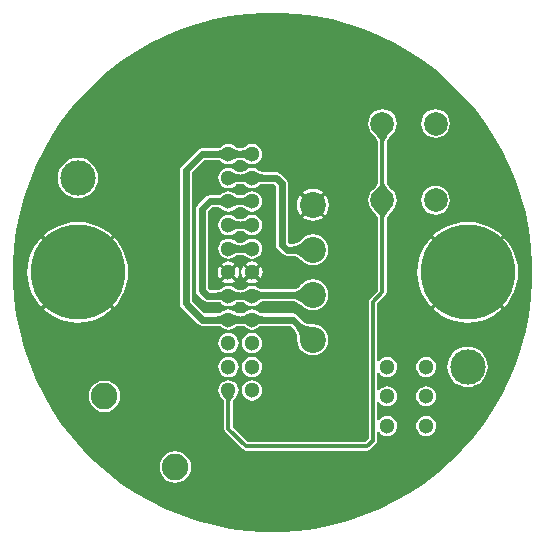
<source format=gtl>
G04*
G04 #@! TF.GenerationSoftware,Altium Limited,Altium Designer,20.1.8 (145)*
G04*
G04 Layer_Physical_Order=1*
G04 Layer_Color=255*
%FSTAX43Y43*%
%MOMM*%
G71*
G04*
G04 #@! TF.SameCoordinates,DCFB0F7C-07F7-4DEC-9F4C-8A45A990D123*
G04*
G04*
G04 #@! TF.FilePolarity,Positive*
G04*
G01*
G75*
%ADD16C,0.600*%
%ADD17C,0.300*%
%ADD18C,1.300*%
%ADD19C,2.200*%
%ADD20C,3.000*%
%ADD21C,2.000*%
%ADD22C,2.250*%
%ADD23C,8.000*%
G36*
X0097157Y0096897D02*
X0098584Y0096709D01*
X0099996Y0096428D01*
X0101387Y0096055D01*
X010275Y0095593D01*
X0104081Y0095042D01*
X0105372Y0094405D01*
X0106619Y0093685D01*
X0107816Y0092885D01*
X0108958Y0092008D01*
X0110041Y0091059D01*
X0111059Y0090041D01*
X0112008Y0088958D01*
X0112885Y0087816D01*
X0113685Y0086619D01*
X0114405Y0085372D01*
X0115042Y0084081D01*
X0115593Y008275D01*
X0116055Y0081387D01*
X0116428Y0079996D01*
X0116709Y0078584D01*
X0116897Y0077157D01*
X0116991Y007572D01*
Y0075D01*
Y007428D01*
X0116897Y0072843D01*
X0116709Y0071416D01*
X0116428Y0070004D01*
X0116055Y0068613D01*
X0115593Y0067249D01*
X0115042Y0065919D01*
X0114405Y0064628D01*
X0113685Y0063381D01*
X0112885Y0062184D01*
X0112008Y0061042D01*
X0111059Y0059959D01*
X0110041Y0058941D01*
X0108958Y0057992D01*
X0107816Y0057115D01*
X0106619Y0056315D01*
X0105372Y0055595D01*
X0104081Y0054958D01*
X010275Y0054407D01*
X0101387Y0053945D01*
X0099996Y0053572D01*
X0098584Y0053291D01*
X0097157Y0053103D01*
X009572Y0053009D01*
X009428D01*
X0092843Y0053103D01*
X0091416Y0053291D01*
X0090004Y0053572D01*
X0088613Y0053945D01*
X008725Y0054407D01*
X0085919Y0054958D01*
X0084628Y0055595D01*
X0083381Y0056315D01*
X0082184Y0057115D01*
X0081042Y0057992D01*
X0079959Y0058941D01*
X0078941Y0059959D01*
X0077992Y0061042D01*
X0077115Y0062184D01*
X0076315Y0063381D01*
X0075595Y0064628D01*
X0074958Y0065919D01*
X0074407Y0067249D01*
X0073945Y0068613D01*
X0073572Y0070004D01*
X0073291Y0071416D01*
X0073103Y0072843D01*
X0073009Y007428D01*
Y0075D01*
Y007572D01*
X0073103Y0077157D01*
X0073291Y0078584D01*
X0073572Y0079996D01*
X0073945Y0081387D01*
X0074407Y008275D01*
X0074958Y0084081D01*
X0075595Y0085372D01*
X0076315Y0086619D01*
X0077115Y0087816D01*
X0077992Y0088958D01*
X0078941Y0090041D01*
X0079959Y0091059D01*
X0081042Y0092008D01*
X0082184Y0092885D01*
X0083381Y0093685D01*
X0084628Y0094405D01*
X0085919Y0095042D01*
X008725Y0095593D01*
X0088613Y0096055D01*
X0090004Y0096428D01*
X0091416Y0096709D01*
X0092843Y0096897D01*
X009428Y0096991D01*
X009572D01*
X0097157Y0096897D01*
D02*
G37*
%LPC*%
G36*
X0108789Y0088805D02*
X0108476Y0088764D01*
X0108184Y0088643D01*
X0107933Y0088451D01*
X0107741Y00882D01*
X010762Y0087908D01*
X0107579Y0087595D01*
X010762Y0087282D01*
X0107741Y008699D01*
X0107933Y0086739D01*
X0108184Y0086547D01*
X0108476Y0086426D01*
X0108789Y0086385D01*
X0109102Y0086426D01*
X0109394Y0086547D01*
X0109645Y0086739D01*
X0109837Y008699D01*
X0109958Y0087282D01*
X011Y0087595D01*
X0109958Y0087908D01*
X0109837Y00882D01*
X0109645Y0088451D01*
X0109394Y0088643D01*
X0109102Y0088764D01*
X0108789Y0088805D01*
D02*
G37*
G36*
X009325Y0085857D02*
X0093028Y0085828D01*
X0092821Y0085742D01*
X0092644Y0085606D01*
X0092632Y008559D01*
X0092625Y0085584D01*
X0092606Y0085571D01*
X0092583Y0085558D01*
X0092556Y0085545D01*
X0092524Y0085534D01*
X0092486Y0085524D01*
X0092446Y0085516D01*
X0092385Y008551D01*
X00921D01*
X0092057Y0085515D01*
X0092014Y0085524D01*
X0091976Y0085534D01*
X0091944Y0085545D01*
X0091917Y0085558D01*
X0091894Y0085571D01*
X0091875Y0085584D01*
X0091868Y008559D01*
X0091856Y0085606D01*
X0091679Y0085742D01*
X0091472Y0085828D01*
X009125Y0085857D01*
X0091028Y0085828D01*
X0090821Y0085742D01*
X0090644Y0085606D01*
X0090632Y008559D01*
X0090625Y0085584D01*
X0090606Y0085571D01*
X0090583Y0085558D01*
X0090556Y0085545D01*
X0090524Y0085534D01*
X0090486Y0085524D01*
X0090446Y0085516D01*
X0090385Y008551D01*
X0089D01*
X0088805Y0085471D01*
X008864Y008536D01*
X0087279Y0084D01*
X0087169Y0083835D01*
X008713Y008364D01*
Y007236D01*
X0087169Y0072165D01*
X0087279Y0072D01*
X008864Y007064D01*
X0088805Y0070529D01*
X0089Y007049D01*
X00904D01*
X0090443Y0070485D01*
X0090486Y0070476D01*
X0090524Y0070466D01*
X0090556Y0070455D01*
X0090583Y0070442D01*
X0090606Y0070429D01*
X0090625Y0070416D01*
X0090632Y007041D01*
X0090644Y0070394D01*
X0090821Y0070258D01*
X0091028Y0070172D01*
X009125Y0070143D01*
X0091472Y0070172D01*
X0091679Y0070258D01*
X0091856Y0070394D01*
X0091868Y007041D01*
X0091875Y0070416D01*
X0091894Y0070429D01*
X0091917Y0070442D01*
X0091944Y0070455D01*
X0091976Y0070466D01*
X0092014Y0070476D01*
X0092054Y0070484D01*
X0092115Y007049D01*
X00924D01*
X0092443Y0070485D01*
X0092486Y0070476D01*
X0092524Y0070466D01*
X0092556Y0070455D01*
X0092583Y0070442D01*
X0092606Y0070429D01*
X0092625Y0070416D01*
X0092632Y007041D01*
X0092644Y0070394D01*
X0092821Y0070258D01*
X0093028Y0070172D01*
X009325Y0070143D01*
X0093472Y0070172D01*
X0093679Y0070258D01*
X0093856Y0070394D01*
X0093868Y007041D01*
X0093875Y0070416D01*
X0093894Y0070429D01*
X0093917Y0070442D01*
X0093944Y0070455D01*
X0093976Y0070466D01*
X0094014Y0070476D01*
X0094054Y0070484D01*
X0094115Y007049D01*
X0096474D01*
X0096886Y0070078D01*
X0096923Y0070028D01*
X0096963Y0069962D01*
X0096998Y0069889D01*
X0097028Y0069809D01*
X0097053Y0069722D01*
X0097072Y0069627D01*
X0097086Y0069525D01*
X0097094Y0069415D01*
X0097095Y0069336D01*
X0097089Y0069285D01*
X0097133Y0068946D01*
X0097264Y0068629D01*
X0097473Y0068358D01*
X0097744Y0068149D01*
X0098061Y0068018D01*
X00984Y0067974D01*
X0098739Y0068018D01*
X0099056Y0068149D01*
X0099327Y0068358D01*
X0099536Y0068629D01*
X0099667Y0068946D01*
X0099711Y0069285D01*
X0099667Y0069624D01*
X0099536Y0069941D01*
X0099327Y0070212D01*
X0099056Y0070421D01*
X0098739Y0070552D01*
X00984Y0070596D01*
X0098349Y007059D01*
X009827Y0070591D01*
X009816Y0070599D01*
X0098058Y0070613D01*
X0097963Y0070632D01*
X0097876Y0070657D01*
X0097796Y0070687D01*
X0097723Y0070722D01*
X0097657Y0070762D01*
X0097607Y0070799D01*
X0097045Y007136D01*
X009688Y0071471D01*
X0096685Y007151D01*
X00941D01*
X0094057Y0071515D01*
X0094014Y0071524D01*
X0093976Y0071534D01*
X0093944Y0071545D01*
X0093917Y0071558D01*
X0093894Y0071571D01*
X0093875Y0071584D01*
X0093868Y007159D01*
X0093856Y0071606D01*
X0093679Y0071742D01*
X0093472Y0071828D01*
X009325Y0071857D01*
X0093028Y0071828D01*
X0092821Y0071742D01*
X0092644Y0071606D01*
X0092632Y007159D01*
X0092625Y0071584D01*
X0092606Y0071571D01*
X0092583Y0071558D01*
X0092556Y0071545D01*
X0092524Y0071534D01*
X0092486Y0071524D01*
X0092446Y0071516D01*
X0092385Y007151D01*
X00921D01*
X0092057Y0071515D01*
X0092014Y0071524D01*
X0091976Y0071534D01*
X0091944Y0071545D01*
X0091917Y0071558D01*
X0091894Y0071571D01*
X0091875Y0071584D01*
X0091868Y007159D01*
X0091856Y0071606D01*
X0091679Y0071742D01*
X0091472Y0071828D01*
X009125Y0071857D01*
X0091028Y0071828D01*
X0090821Y0071742D01*
X0090644Y0071606D01*
X0090632Y007159D01*
X0090625Y0071584D01*
X0090606Y0071571D01*
X0090583Y0071558D01*
X0090556Y0071545D01*
X0090524Y0071534D01*
X0090486Y0071524D01*
X0090446Y0071516D01*
X0090385Y007151D01*
X0089211D01*
X0088149Y0072572D01*
Y0083428D01*
X0089211Y008449D01*
X00904D01*
X0090443Y0084485D01*
X0090486Y0084476D01*
X0090524Y0084466D01*
X0090556Y0084455D01*
X0090583Y0084442D01*
X0090606Y0084429D01*
X0090625Y0084416D01*
X0090632Y008441D01*
X0090644Y0084394D01*
X0090821Y0084258D01*
X0091028Y0084172D01*
X009125Y0084143D01*
X0091472Y0084172D01*
X0091679Y0084258D01*
X0091856Y0084394D01*
X0091868Y008441D01*
X0091875Y0084416D01*
X0091894Y0084429D01*
X0091917Y0084442D01*
X0091944Y0084455D01*
X0091976Y0084466D01*
X0092014Y0084476D01*
X0092054Y0084484D01*
X0092115Y008449D01*
X00924D01*
X0092443Y0084485D01*
X0092486Y0084476D01*
X0092524Y0084466D01*
X0092556Y0084455D01*
X0092583Y0084442D01*
X0092606Y0084429D01*
X0092625Y0084416D01*
X0092632Y008441D01*
X0092644Y0084394D01*
X0092821Y0084258D01*
X0093028Y0084172D01*
X009325Y0084143D01*
X0093472Y0084172D01*
X0093679Y0084258D01*
X0093856Y0084394D01*
X0093992Y0084571D01*
X0094078Y0084778D01*
X0094107Y0085D01*
X0094078Y0085222D01*
X0093992Y0085429D01*
X0093856Y0085606D01*
X0093679Y0085742D01*
X0093472Y0085828D01*
X009325Y0085857D01*
D02*
G37*
G36*
Y0083857D02*
X0093028Y0083828D01*
X0092821Y0083742D01*
X0092644Y0083606D01*
X0092632Y008359D01*
X0092625Y0083584D01*
X0092606Y0083571D01*
X0092583Y0083558D01*
X0092556Y0083545D01*
X0092524Y0083534D01*
X0092486Y0083524D01*
X0092446Y0083516D01*
X0092385Y008351D01*
X00921D01*
X0092057Y0083515D01*
X0092014Y0083524D01*
X0091976Y0083534D01*
X0091944Y0083545D01*
X0091917Y0083558D01*
X0091894Y0083571D01*
X0091875Y0083584D01*
X0091868Y008359D01*
X0091856Y0083606D01*
X0091679Y0083742D01*
X0091472Y0083828D01*
X009125Y0083857D01*
X0091028Y0083828D01*
X0090821Y0083742D01*
X0090644Y0083606D01*
X0090508Y0083429D01*
X0090422Y0083222D01*
X0090393Y0083D01*
X0090422Y0082778D01*
X0090508Y0082571D01*
X0090644Y0082394D01*
X0090821Y0082258D01*
X0091028Y0082172D01*
X009125Y0082143D01*
X0091472Y0082172D01*
X0091679Y0082258D01*
X0091856Y0082394D01*
X0091868Y008241D01*
X0091875Y0082416D01*
X0091894Y0082429D01*
X0091917Y0082442D01*
X0091944Y0082455D01*
X0091976Y0082466D01*
X0092014Y0082476D01*
X0092054Y0082484D01*
X0092115Y008249D01*
X00924D01*
X0092443Y0082485D01*
X0092486Y0082476D01*
X0092524Y0082466D01*
X0092556Y0082455D01*
X0092583Y0082442D01*
X0092606Y0082429D01*
X0092625Y0082416D01*
X0092632Y008241D01*
X0092644Y0082394D01*
X0092821Y0082258D01*
X0093028Y0082172D01*
X009325Y0082143D01*
X0093472Y0082172D01*
X0093679Y0082258D01*
X0093856Y0082394D01*
X0093868Y008241D01*
X0093875Y0082416D01*
X0093894Y0082429D01*
X0093917Y0082442D01*
X0093944Y0082455D01*
X0093976Y0082466D01*
X0094014Y0082476D01*
X0094054Y0082484D01*
X0094115Y008249D01*
X0095079D01*
X009524Y0082329D01*
Y0077351D01*
X0095279Y0077156D01*
X009539Y0076991D01*
X0095836Y0076545D01*
X0096001Y0076434D01*
X0096196Y0076395D01*
X0096769D01*
X009683Y0076386D01*
X0096905Y0076367D01*
X0096981Y007634D01*
X0097059Y0076305D01*
X0097138Y0076261D01*
X0097219Y0076208D01*
X0097301Y0076146D01*
X0097384Y0076074D01*
X0097442Y0076018D01*
X0097473Y0075978D01*
X0097744Y0075769D01*
X0098061Y0075638D01*
X00984Y0075594D01*
X0098739Y0075638D01*
X0099056Y0075769D01*
X0099327Y0075978D01*
X0099536Y0076249D01*
X0099667Y0076566D01*
X0099711Y0076905D01*
X0099667Y0077244D01*
X0099536Y0077561D01*
X0099327Y0077832D01*
X0099056Y0078041D01*
X0098739Y0078172D01*
X00984Y0078216D01*
X0098061Y0078172D01*
X0097744Y0078041D01*
X0097473Y0077832D01*
X0097442Y0077792D01*
X0097385Y0077736D01*
X0097301Y0077664D01*
X0097219Y0077602D01*
X0097138Y0077549D01*
X0097059Y0077505D01*
X0096981Y007747D01*
X0096905Y0077443D01*
X009683Y0077424D01*
X0096769Y0077415D01*
X0096408D01*
X009626Y0077563D01*
Y008254D01*
X0096221Y0082735D01*
X009611Y0082901D01*
X0095651Y008336D01*
X0095485Y0083471D01*
X009529Y008351D01*
X00941D01*
X0094057Y0083515D01*
X0094014Y0083524D01*
X0093976Y0083534D01*
X0093944Y0083545D01*
X0093917Y0083558D01*
X0093894Y0083571D01*
X0093875Y0083584D01*
X0093868Y008359D01*
X0093856Y0083606D01*
X0093679Y0083742D01*
X0093472Y0083828D01*
X009325Y0083857D01*
D02*
G37*
G36*
Y0081857D02*
X0093028Y0081828D01*
X0092821Y0081742D01*
X0092644Y0081606D01*
X0092632Y008159D01*
X0092625Y0081584D01*
X0092606Y0081571D01*
X0092583Y0081558D01*
X0092556Y0081545D01*
X0092524Y0081534D01*
X0092486Y0081524D01*
X0092446Y0081516D01*
X0092385Y008151D01*
X00921D01*
X0092057Y0081515D01*
X0092014Y0081524D01*
X0091976Y0081534D01*
X0091944Y0081545D01*
X0091917Y0081558D01*
X0091894Y0081571D01*
X0091875Y0081584D01*
X0091868Y008159D01*
X0091856Y0081606D01*
X0091679Y0081742D01*
X0091472Y0081828D01*
X009125Y0081857D01*
X0091028Y0081828D01*
X0090821Y0081742D01*
X0090644Y0081606D01*
X0090632Y008159D01*
X0090625Y0081584D01*
X0090606Y0081571D01*
X0090583Y0081558D01*
X0090556Y0081545D01*
X0090524Y0081534D01*
X0090486Y0081524D01*
X0090446Y0081516D01*
X0090385Y008151D01*
X008965D01*
X0089455Y0081471D01*
X008929Y008136D01*
X008864Y008071D01*
X0088529Y0080545D01*
X008849Y008035D01*
Y007346D01*
X0088529Y0073265D01*
X008864Y0073099D01*
X0089099Y007264D01*
X0089265Y0072529D01*
X008946Y007249D01*
X00904D01*
X0090443Y0072485D01*
X0090486Y0072476D01*
X0090524Y0072466D01*
X0090556Y0072455D01*
X0090583Y0072442D01*
X0090606Y0072429D01*
X0090625Y0072416D01*
X0090632Y007241D01*
X0090644Y0072394D01*
X0090821Y0072258D01*
X0091028Y0072172D01*
X009125Y0072143D01*
X0091472Y0072172D01*
X0091679Y0072258D01*
X0091856Y0072394D01*
X0091868Y007241D01*
X0091875Y0072416D01*
X0091894Y0072429D01*
X0091917Y0072442D01*
X0091944Y0072455D01*
X0091976Y0072466D01*
X0092014Y0072476D01*
X0092054Y0072484D01*
X0092115Y007249D01*
X00924D01*
X0092443Y0072485D01*
X0092486Y0072476D01*
X0092524Y0072466D01*
X0092556Y0072455D01*
X0092583Y0072442D01*
X0092606Y0072429D01*
X0092625Y0072416D01*
X0092632Y007241D01*
X0092644Y0072394D01*
X0092821Y0072258D01*
X0093028Y0072172D01*
X009325Y0072143D01*
X0093472Y0072172D01*
X0093679Y0072258D01*
X0093856Y0072394D01*
X0093888Y0072435D01*
X0093894Y0072439D01*
X0093916Y0072462D01*
X0093932Y0072475D01*
X0093952Y0072488D01*
X0093976Y0072501D01*
X0094006Y0072512D01*
X0094041Y0072523D01*
X0094082Y0072531D01*
X0094127Y0072538D01*
X0096784D01*
X0096844Y0072529D01*
X0096921Y007251D01*
X0096999Y0072484D01*
X0097079Y0072449D01*
X0097161Y0072406D01*
X0097245Y0072354D01*
X0097332Y0072293D01*
X009742Y0072223D01*
X0097455Y0072191D01*
X0097473Y0072168D01*
X0097744Y0071959D01*
X0098061Y0071828D01*
X00984Y0071784D01*
X0098739Y0071828D01*
X0099056Y0071959D01*
X0099327Y0072168D01*
X0099536Y0072439D01*
X0099667Y0072756D01*
X0099711Y0073095D01*
X0099667Y0073434D01*
X0099536Y0073751D01*
X0099327Y0074022D01*
X0099056Y0074231D01*
X0098739Y0074362D01*
X00984Y0074406D01*
X0098061Y0074362D01*
X0097744Y0074231D01*
X0097473Y0074022D01*
X0097431Y0073967D01*
X0097351Y0073884D01*
X0097273Y007381D01*
X0097195Y0073747D01*
X0097118Y0073693D01*
X0097041Y0073649D01*
X0096966Y0073613D01*
X0096892Y0073586D01*
X0096818Y0073567D01*
X0096756Y0073557D01*
X0094066D01*
X0094025Y0073562D01*
X0093981Y007357D01*
X0093941Y0073579D01*
X0093906Y007359D01*
X0093877Y0073602D01*
X0093852Y0073615D01*
X0093832Y0073628D01*
X0093806Y0073648D01*
X0093794Y0073654D01*
X0093679Y0073742D01*
X0093472Y0073828D01*
X009325Y0073857D01*
X0093028Y0073828D01*
X0092821Y0073742D01*
X0092644Y0073606D01*
X0092632Y007359D01*
X0092625Y0073584D01*
X0092606Y0073571D01*
X0092583Y0073558D01*
X0092556Y0073545D01*
X0092524Y0073534D01*
X0092486Y0073524D01*
X0092446Y0073516D01*
X0092385Y007351D01*
X00921D01*
X0092057Y0073515D01*
X0092014Y0073524D01*
X0091976Y0073534D01*
X0091944Y0073545D01*
X0091917Y0073558D01*
X0091894Y0073571D01*
X0091875Y0073584D01*
X0091868Y007359D01*
X0091856Y0073606D01*
X0091679Y0073742D01*
X0091472Y0073828D01*
X009125Y0073857D01*
X0091028Y0073828D01*
X0090821Y0073742D01*
X0090644Y0073606D01*
X0090632Y007359D01*
X0090625Y0073584D01*
X0090606Y0073571D01*
X0090583Y0073558D01*
X0090556Y0073545D01*
X0090524Y0073534D01*
X0090486Y0073524D01*
X0090446Y0073516D01*
X0090385Y007351D01*
X0089671D01*
X008951Y0073671D01*
Y0080139D01*
X0089861Y008049D01*
X00904D01*
X0090443Y0080485D01*
X0090486Y0080476D01*
X0090524Y0080466D01*
X0090556Y0080455D01*
X0090583Y0080442D01*
X0090606Y0080429D01*
X0090625Y0080416D01*
X0090632Y008041D01*
X0090644Y0080394D01*
X0090821Y0080258D01*
X0091028Y0080172D01*
X009125Y0080143D01*
X0091472Y0080172D01*
X0091679Y0080258D01*
X0091856Y0080394D01*
X0091868Y008041D01*
X0091875Y0080416D01*
X0091894Y0080429D01*
X0091917Y0080442D01*
X0091944Y0080455D01*
X0091976Y0080466D01*
X0092014Y0080476D01*
X0092054Y0080484D01*
X0092115Y008049D01*
X00924D01*
X0092443Y0080485D01*
X0092486Y0080476D01*
X0092524Y0080466D01*
X0092556Y0080455D01*
X0092583Y0080442D01*
X0092606Y0080429D01*
X0092625Y0080416D01*
X0092632Y008041D01*
X0092644Y0080394D01*
X0092821Y0080258D01*
X0093028Y0080172D01*
X009325Y0080143D01*
X0093472Y0080172D01*
X0093679Y0080258D01*
X0093856Y0080394D01*
X0093992Y0080571D01*
X0094078Y0080778D01*
X0094107Y0081D01*
X0094078Y0081222D01*
X0093992Y0081429D01*
X0093856Y0081606D01*
X0093679Y0081742D01*
X0093472Y0081828D01*
X009325Y0081857D01*
D02*
G37*
G36*
X00785Y0084708D02*
X0078167Y0084675D01*
X0077846Y0084578D01*
X0077551Y008442D01*
X0077292Y0084208D01*
X007708Y0083949D01*
X0076922Y0083654D01*
X0076825Y0083333D01*
X0076792Y0083D01*
X0076825Y0082667D01*
X0076922Y0082346D01*
X007708Y0082051D01*
X0077292Y0081792D01*
X0077551Y008158D01*
X0077846Y0081422D01*
X0078167Y0081325D01*
X00785Y0081292D01*
X0078833Y0081325D01*
X0079154Y0081422D01*
X0079449Y008158D01*
X0079708Y0081792D01*
X007992Y0082051D01*
X0080078Y0082346D01*
X0080175Y0082667D01*
X0080208Y0083D01*
X0080175Y0083333D01*
X0080078Y0083654D01*
X007992Y0083949D01*
X0079708Y0084208D01*
X0079449Y008442D01*
X0079154Y0084578D01*
X0078833Y0084675D01*
X00785Y0084708D01*
D02*
G37*
G36*
X00984Y0082081D02*
X0098047Y0082034D01*
X0097717Y0081898D01*
X0097554Y0081773D01*
X00984Y0080927D01*
X0099246Y0081773D01*
X0099083Y0081898D01*
X0098753Y0082034D01*
X00984Y0082081D01*
D02*
G37*
G36*
X0108789Y0082305D02*
X0108476Y0082264D01*
X0108184Y0082143D01*
X0107933Y0081951D01*
X0107741Y00817D01*
X010762Y0081408D01*
X0107579Y0081095D01*
X010762Y0080782D01*
X0107741Y008049D01*
X0107933Y0080239D01*
X0108184Y0080047D01*
X0108476Y0079926D01*
X0108789Y0079885D01*
X0109102Y0079926D01*
X0109394Y0080047D01*
X0109645Y0080239D01*
X0109837Y008049D01*
X0109958Y0080782D01*
X011Y0081095D01*
X0109958Y0081408D01*
X0109837Y00817D01*
X0109645Y0081951D01*
X0109394Y0082143D01*
X0109102Y0082264D01*
X0108789Y0082305D01*
D02*
G37*
G36*
X0099458Y0081561D02*
X0098612Y0080715D01*
X0099458Y0079869D01*
X0099583Y0080032D01*
X0099719Y0080362D01*
X0099766Y0080715D01*
X0099719Y0081068D01*
X0099583Y0081398D01*
X0099458Y0081561D01*
D02*
G37*
G36*
X0097342Y0081561D02*
X0097217Y0081398D01*
X0097081Y0081068D01*
X0097034Y0080715D01*
X0097081Y0080362D01*
X0097217Y0080032D01*
X0097342Y0079869D01*
X0098188Y0080715D01*
X0097342Y0081561D01*
D02*
G37*
G36*
X009325Y0079857D02*
X0093028Y0079828D01*
X0092821Y0079742D01*
X0092644Y0079606D01*
X0092632Y007959D01*
X0092625Y0079584D01*
X0092606Y0079571D01*
X0092583Y0079558D01*
X0092556Y0079545D01*
X0092524Y0079534D01*
X0092486Y0079524D01*
X0092446Y0079516D01*
X0092385Y007951D01*
X00921D01*
X0092057Y0079515D01*
X0092014Y0079524D01*
X0091976Y0079534D01*
X0091944Y0079545D01*
X0091917Y0079558D01*
X0091894Y0079571D01*
X0091875Y0079584D01*
X0091868Y007959D01*
X0091856Y0079606D01*
X0091679Y0079742D01*
X0091472Y0079828D01*
X009125Y0079857D01*
X0091028Y0079828D01*
X0090821Y0079742D01*
X0090644Y0079606D01*
X0090508Y0079429D01*
X0090422Y0079222D01*
X0090393Y0079D01*
X0090422Y0078778D01*
X0090508Y0078571D01*
X0090644Y0078394D01*
X0090821Y0078258D01*
X0091028Y0078172D01*
X009125Y0078143D01*
X0091472Y0078172D01*
X0091679Y0078258D01*
X0091856Y0078394D01*
X0091868Y007841D01*
X0091875Y0078416D01*
X0091894Y0078429D01*
X0091917Y0078442D01*
X0091944Y0078455D01*
X0091976Y0078466D01*
X0092014Y0078476D01*
X0092054Y0078484D01*
X0092115Y007849D01*
X00924D01*
X0092443Y0078485D01*
X0092486Y0078476D01*
X0092524Y0078466D01*
X0092556Y0078455D01*
X0092583Y0078442D01*
X0092606Y0078429D01*
X0092625Y0078416D01*
X0092632Y007841D01*
X0092644Y0078394D01*
X0092821Y0078258D01*
X0093028Y0078172D01*
X009325Y0078143D01*
X0093472Y0078172D01*
X0093679Y0078258D01*
X0093856Y0078394D01*
X0093992Y0078571D01*
X0094078Y0078778D01*
X0094107Y0079D01*
X0094078Y0079222D01*
X0093992Y0079429D01*
X0093856Y0079606D01*
X0093679Y0079742D01*
X0093472Y0079828D01*
X009325Y0079857D01*
D02*
G37*
G36*
X00984Y0080503D02*
X0097554Y0079657D01*
X0097717Y0079532D01*
X0098047Y0079396D01*
X00984Y0079349D01*
X0098753Y0079396D01*
X0099083Y0079532D01*
X0099246Y0079657D01*
X00984Y0080503D01*
D02*
G37*
G36*
X009325Y0077857D02*
X0093028Y0077828D01*
X0092821Y0077742D01*
X0092644Y0077606D01*
X0092632Y007759D01*
X0092625Y0077584D01*
X0092606Y0077571D01*
X0092583Y0077558D01*
X0092556Y0077545D01*
X0092524Y0077534D01*
X0092486Y0077524D01*
X0092446Y0077516D01*
X0092385Y007751D01*
X00921D01*
X0092057Y0077515D01*
X0092014Y0077524D01*
X0091976Y0077534D01*
X0091944Y0077545D01*
X0091917Y0077558D01*
X0091894Y0077571D01*
X0091875Y0077584D01*
X0091868Y007759D01*
X0091856Y0077606D01*
X0091679Y0077742D01*
X0091472Y0077828D01*
X009125Y0077857D01*
X0091028Y0077828D01*
X0090821Y0077742D01*
X0090644Y0077606D01*
X0090508Y0077429D01*
X0090422Y0077222D01*
X0090393Y0077D01*
X0090422Y0076778D01*
X0090508Y0076571D01*
X0090644Y0076394D01*
X0090821Y0076258D01*
X0091028Y0076172D01*
X009125Y0076143D01*
X0091472Y0076172D01*
X0091679Y0076258D01*
X0091856Y0076394D01*
X0091868Y007641D01*
X0091875Y0076416D01*
X0091894Y0076429D01*
X0091917Y0076442D01*
X0091944Y0076455D01*
X0091976Y0076466D01*
X0092014Y0076476D01*
X0092054Y0076484D01*
X0092115Y007649D01*
X00924D01*
X0092443Y0076485D01*
X0092486Y0076476D01*
X0092524Y0076466D01*
X0092556Y0076455D01*
X0092583Y0076442D01*
X0092606Y0076429D01*
X0092625Y0076416D01*
X0092632Y007641D01*
X0092644Y0076394D01*
X0092821Y0076258D01*
X0093028Y0076172D01*
X009325Y0076143D01*
X0093472Y0076172D01*
X0093679Y0076258D01*
X0093856Y0076394D01*
X0093992Y0076571D01*
X0094078Y0076778D01*
X0094107Y0077D01*
X0094078Y0077222D01*
X0093992Y0077429D01*
X0093856Y0077606D01*
X0093679Y0077742D01*
X0093472Y0077828D01*
X009325Y0077857D01*
D02*
G37*
G36*
X01115Y0079263D02*
X0110944Y0079227D01*
X0110397Y0079118D01*
X0109869Y0078939D01*
X0109368Y0078692D01*
X0108905Y0078382D01*
X0108599Y0078114D01*
X01115Y0075212D01*
X0114401Y0078114D01*
X0114095Y0078382D01*
X0113632Y0078692D01*
X0113131Y0078939D01*
X0112603Y0079118D01*
X0112056Y0079227D01*
X01115Y0079263D01*
D02*
G37*
G36*
X00785D02*
X0077944Y0079227D01*
X0077397Y0079118D01*
X0076869Y0078939D01*
X0076368Y0078692D01*
X0075905Y0078382D01*
X0075599Y0078114D01*
X00785Y0075212D01*
X0081401Y0078114D01*
X0081095Y0078382D01*
X0080632Y0078692D01*
X0080131Y0078939D01*
X0079603Y0079118D01*
X0079056Y0079227D01*
X00785Y0079263D01*
D02*
G37*
G36*
X009325Y0075912D02*
X0093014Y0075881D01*
X0092794Y007579D01*
X0092725Y0075737D01*
X009325Y0075212D01*
X0093775Y0075737D01*
X0093706Y007579D01*
X0093486Y0075881D01*
X009325Y0075912D01*
D02*
G37*
G36*
X009125D02*
X0091014Y0075881D01*
X0090794Y007579D01*
X0090725Y0075737D01*
X009125Y0075212D01*
X0091775Y0075737D01*
X0091706Y007579D01*
X0091486Y0075881D01*
X009125Y0075912D01*
D02*
G37*
G36*
X0093987Y0075525D02*
X0093462Y0075D01*
X0093987Y0074475D01*
X009404Y0074544D01*
X0094131Y0074764D01*
X0094162Y0075D01*
X0094131Y0075236D01*
X009404Y0075456D01*
X0093987Y0075525D01*
D02*
G37*
G36*
X0091987D02*
X0091462Y0075D01*
X0091987Y0074475D01*
X009204Y0074544D01*
X0092131Y0074764D01*
X0092162Y0075D01*
X0092131Y0075236D01*
X009204Y0075456D01*
X0091987Y0075525D01*
D02*
G37*
G36*
X0092513D02*
X009246Y0075456D01*
X0092369Y0075236D01*
X0092338Y0075D01*
X0092369Y0074764D01*
X009246Y0074544D01*
X0092513Y0074475D01*
X0093038Y0075D01*
X0092513Y0075525D01*
D02*
G37*
G36*
X0090513D02*
X009046Y0075456D01*
X0090369Y0075236D01*
X0090338Y0075D01*
X0090369Y0074764D01*
X009046Y0074544D01*
X0090513Y0074475D01*
X0091038Y0075D01*
X0090513Y0075525D01*
D02*
G37*
G36*
X009325Y0074788D02*
X0092725Y0074263D01*
X0092794Y007421D01*
X0093014Y0074119D01*
X009325Y0074088D01*
X0093486Y0074119D01*
X0093706Y007421D01*
X0093775Y0074263D01*
X009325Y0074788D01*
D02*
G37*
G36*
X009125D02*
X0090725Y0074263D01*
X0090794Y007421D01*
X0091014Y0074119D01*
X009125Y0074088D01*
X0091486Y0074119D01*
X0091706Y007421D01*
X0091775Y0074263D01*
X009125Y0074788D01*
D02*
G37*
G36*
X0114614Y0077901D02*
X0111712Y0075D01*
X0114614Y0072099D01*
X0114882Y0072405D01*
X0115192Y0072868D01*
X0115439Y0073369D01*
X0115618Y0073897D01*
X0115727Y0074444D01*
X0115763Y0075D01*
X0115727Y0075556D01*
X0115618Y0076103D01*
X0115439Y0076631D01*
X0115192Y0077132D01*
X0114882Y0077595D01*
X0114614Y0077901D01*
D02*
G37*
G36*
X0075386Y0077901D02*
X0075118Y0077595D01*
X0074808Y0077132D01*
X0074561Y0076631D01*
X0074382Y0076103D01*
X0074273Y0075556D01*
X0074237Y0075D01*
X0074273Y0074444D01*
X0074382Y0073897D01*
X0074561Y0073369D01*
X0074808Y0072868D01*
X0075118Y0072405D01*
X0075386Y0072099D01*
X0078288Y0075D01*
X0075386Y0077901D01*
D02*
G37*
G36*
X0108386Y0077901D02*
X0108118Y0077595D01*
X0107808Y0077132D01*
X0107561Y0076631D01*
X0107382Y0076103D01*
X0107273Y0075556D01*
X0107237Y0075D01*
X0107273Y0074444D01*
X0107382Y0073897D01*
X0107561Y0073369D01*
X0107808Y0072868D01*
X0108118Y0072405D01*
X0108386Y0072099D01*
X0111288Y0075D01*
X0108386Y0077901D01*
D02*
G37*
G36*
X0081614Y0077901D02*
X0078712Y0075D01*
X0081614Y0072099D01*
X0081882Y0072405D01*
X0082192Y0072868D01*
X0082439Y0073369D01*
X0082618Y0073897D01*
X0082727Y0074444D01*
X0082763Y0075D01*
X0082727Y0075556D01*
X0082618Y0076103D01*
X0082439Y0076631D01*
X0082192Y0077132D01*
X0081882Y0077595D01*
X0081614Y0077901D01*
D02*
G37*
G36*
X01115Y0074788D02*
X0108599Y0071886D01*
X0108905Y0071618D01*
X0109368Y0071308D01*
X0109869Y0071061D01*
X0110397Y0070882D01*
X0110944Y0070773D01*
X01115Y0070737D01*
X0112056Y0070773D01*
X0112603Y0070882D01*
X0113131Y0071061D01*
X0113632Y0071308D01*
X0114095Y0071618D01*
X0114401Y0071886D01*
X01115Y0074788D01*
D02*
G37*
G36*
X00785Y0074788D02*
X0075599Y0071886D01*
X0075905Y0071618D01*
X0076368Y0071308D01*
X0076869Y0071061D01*
X0077397Y0070882D01*
X0077944Y0070773D01*
X00785Y0070737D01*
X0079056Y0070773D01*
X0079603Y0070882D01*
X0080131Y0071061D01*
X0080632Y0071308D01*
X0081095Y0071618D01*
X0081401Y0071886D01*
X00785Y0074788D01*
D02*
G37*
G36*
X009325Y0069857D02*
X0093028Y0069828D01*
X0092821Y0069742D01*
X0092644Y0069606D01*
X0092508Y0069429D01*
X0092422Y0069222D01*
X0092393Y0069D01*
X0092422Y0068778D01*
X0092508Y0068571D01*
X0092644Y0068394D01*
X0092821Y0068258D01*
X0093028Y0068172D01*
X009325Y0068143D01*
X0093472Y0068172D01*
X0093679Y0068258D01*
X0093856Y0068394D01*
X0093992Y0068571D01*
X0094078Y0068778D01*
X0094107Y0069D01*
X0094078Y0069222D01*
X0093992Y0069429D01*
X0093856Y0069606D01*
X0093679Y0069742D01*
X0093472Y0069828D01*
X009325Y0069857D01*
D02*
G37*
G36*
X009125D02*
X0091028Y0069828D01*
X0090821Y0069742D01*
X0090644Y0069606D01*
X0090508Y0069429D01*
X0090422Y0069222D01*
X0090393Y0069D01*
X0090422Y0068778D01*
X0090508Y0068571D01*
X0090644Y0068394D01*
X0090821Y0068258D01*
X0091028Y0068172D01*
X009125Y0068143D01*
X0091472Y0068172D01*
X0091679Y0068258D01*
X0091856Y0068394D01*
X0091992Y0068571D01*
X0092078Y0068778D01*
X0092107Y0069D01*
X0092078Y0069222D01*
X0091992Y0069429D01*
X0091856Y0069606D01*
X0091679Y0069742D01*
X0091472Y0069828D01*
X009125Y0069857D01*
D02*
G37*
G36*
X0108Y0067857D02*
X0107778Y0067828D01*
X0107571Y0067742D01*
X0107394Y0067606D01*
X0107258Y0067429D01*
X0107172Y0067222D01*
X0107143Y0067D01*
X0107172Y0066778D01*
X0107258Y0066571D01*
X0107394Y0066394D01*
X0107571Y0066258D01*
X0107778Y0066172D01*
X0108Y0066143D01*
X0108222Y0066172D01*
X0108429Y0066258D01*
X0108606Y0066394D01*
X0108742Y0066571D01*
X0108828Y0066778D01*
X0108857Y0067D01*
X0108828Y0067222D01*
X0108742Y0067429D01*
X0108606Y0067606D01*
X0108429Y0067742D01*
X0108222Y0067828D01*
X0108Y0067857D01*
D02*
G37*
G36*
X0104289Y0088805D02*
X0103976Y0088764D01*
X0103684Y0088643D01*
X0103433Y0088451D01*
X0103241Y00882D01*
X010312Y0087908D01*
X0103079Y0087595D01*
X010312Y0087282D01*
X0103241Y008699D01*
X0103433Y0086739D01*
X0103471Y008671D01*
X0103545Y0086636D01*
X0103712Y0086446D01*
X0103776Y0086363D01*
X0103829Y0086284D01*
X010387Y0086212D01*
X0103901Y0086148D01*
X0103921Y0086092D01*
X0103932Y0086045D01*
X0103932Y0086035D01*
Y0082655D01*
X0103932Y0082645D01*
X0103921Y0082598D01*
X0103901Y0082542D01*
X010387Y0082478D01*
X0103829Y0082406D01*
X0103776Y0082327D01*
X0103712Y0082244D01*
X0103545Y0082054D01*
X0103471Y008198D01*
X0103433Y0081951D01*
X0103241Y00817D01*
X010312Y0081408D01*
X0103079Y0081095D01*
X010312Y0080782D01*
X0103241Y008049D01*
X0103433Y0080239D01*
X0103471Y008021D01*
X0103545Y0080136D01*
X0103712Y0079946D01*
X0103776Y0079863D01*
X0103829Y0079784D01*
X010387Y0079712D01*
X0103901Y0079648D01*
X0103921Y0079592D01*
X0103932Y0079545D01*
X0103932Y0079535D01*
Y0073437D01*
X0103248Y0072752D01*
X010317Y0072637D01*
X0103143Y00725D01*
Y0060898D01*
X0102852Y0060607D01*
X0092898D01*
X0091607Y0061898D01*
Y0064012D01*
X0091611Y0064038D01*
X0091621Y0064072D01*
X0091635Y0064109D01*
X0091655Y0064149D01*
X0091681Y0064192D01*
X0091712Y0064236D01*
X0091798Y006434D01*
X0091837Y0064379D01*
X0091856Y0064394D01*
X0091992Y0064571D01*
X0092078Y0064778D01*
X0092107Y0065D01*
X0092078Y0065222D01*
X0091992Y0065429D01*
X0091856Y0065606D01*
X0091679Y0065742D01*
X0091472Y0065828D01*
X009125Y0065857D01*
X0091028Y0065828D01*
X0090821Y0065742D01*
X0090644Y0065606D01*
X0090508Y0065429D01*
X0090422Y0065222D01*
X0090393Y0065D01*
X0090422Y0064778D01*
X0090508Y0064571D01*
X0090644Y0064394D01*
X0090663Y0064379D01*
X0090703Y0064338D01*
X0090748Y0064287D01*
X0090787Y0064238D01*
X0090819Y0064192D01*
X0090845Y0064149D01*
X0090865Y0064109D01*
X0090879Y0064072D01*
X0090889Y0064038D01*
X0090893Y0064012D01*
Y006175D01*
X009092Y0061613D01*
X0090998Y0061498D01*
X0092498Y0059998D01*
X0092613Y005992D01*
X009275Y0059893D01*
X0103D01*
X0103137Y005992D01*
X0103252Y0059998D01*
X0103752Y0060498D01*
X010383Y0060613D01*
X0103857Y006075D01*
Y0061494D01*
X0103984Y0061537D01*
X0104094Y0061394D01*
X0104271Y0061258D01*
X0104478Y0061172D01*
X01047Y0061143D01*
X0104922Y0061172D01*
X0105129Y0061258D01*
X0105306Y0061394D01*
X0105442Y0061571D01*
X0105528Y0061778D01*
X0105557Y0062D01*
X0105528Y0062222D01*
X0105442Y0062429D01*
X0105306Y0062606D01*
X0105129Y0062742D01*
X0104922Y0062828D01*
X01047Y0062857D01*
X0104478Y0062828D01*
X0104271Y0062742D01*
X0104094Y0062606D01*
X0103984Y0062463D01*
X0103857Y0062506D01*
Y0063994D01*
X0103984Y0064037D01*
X0104094Y0063894D01*
X0104271Y0063758D01*
X0104478Y0063672D01*
X01047Y0063643D01*
X0104922Y0063672D01*
X0105129Y0063758D01*
X0105306Y0063894D01*
X0105442Y0064071D01*
X0105528Y0064278D01*
X0105557Y00645D01*
X0105528Y0064722D01*
X0105442Y0064929D01*
X0105306Y0065106D01*
X0105129Y0065242D01*
X0104922Y0065328D01*
X01047Y0065357D01*
X0104478Y0065328D01*
X0104271Y0065242D01*
X0104094Y0065106D01*
X0103984Y0064963D01*
X0103857Y0065006D01*
Y0066494D01*
X0103984Y0066537D01*
X0104094Y0066394D01*
X0104271Y0066258D01*
X0104478Y0066172D01*
X01047Y0066143D01*
X0104922Y0066172D01*
X0105129Y0066258D01*
X0105306Y0066394D01*
X0105442Y0066571D01*
X0105528Y0066778D01*
X0105557Y0067D01*
X0105528Y0067222D01*
X0105442Y0067429D01*
X0105306Y0067606D01*
X0105129Y0067742D01*
X0104922Y0067828D01*
X01047Y0067857D01*
X0104478Y0067828D01*
X0104271Y0067742D01*
X0104094Y0067606D01*
X0103984Y0067463D01*
X0103857Y0067506D01*
Y0072352D01*
X0104541Y0073037D01*
X0104619Y0073153D01*
X0104646Y0073289D01*
Y0079535D01*
X0104647Y0079545D01*
X0104657Y0079592D01*
X0104677Y0079648D01*
X0104708Y0079712D01*
X010475Y0079784D01*
X0104803Y0079863D01*
X0104866Y0079946D01*
X0105034Y0080136D01*
X0105107Y008021D01*
X0105145Y0080239D01*
X0105337Y008049D01*
X0105458Y0080782D01*
X01055Y0081095D01*
X0105458Y0081408D01*
X0105337Y00817D01*
X0105145Y0081951D01*
X0105107Y008198D01*
X0105034Y0082054D01*
X0104866Y0082244D01*
X0104803Y0082327D01*
X010475Y0082406D01*
X0104708Y0082478D01*
X0104677Y0082542D01*
X0104657Y0082598D01*
X0104647Y0082645D01*
X0104646Y0082655D01*
Y0086035D01*
X0104647Y0086045D01*
X0104657Y0086092D01*
X0104677Y0086148D01*
X0104708Y0086212D01*
X010475Y0086284D01*
X0104803Y0086363D01*
X0104866Y0086446D01*
X0105034Y0086636D01*
X0105107Y008671D01*
X0105145Y0086739D01*
X0105337Y008699D01*
X0105458Y0087282D01*
X01055Y0087595D01*
X0105458Y0087908D01*
X0105337Y00882D01*
X0105145Y0088451D01*
X0104894Y0088643D01*
X0104602Y0088764D01*
X0104289Y0088805D01*
D02*
G37*
G36*
X009325Y0067857D02*
X0093028Y0067828D01*
X0092821Y0067742D01*
X0092644Y0067606D01*
X0092508Y0067429D01*
X0092422Y0067222D01*
X0092393Y0067D01*
X0092422Y0066778D01*
X0092508Y0066571D01*
X0092644Y0066394D01*
X0092821Y0066258D01*
X0093028Y0066172D01*
X009325Y0066143D01*
X0093472Y0066172D01*
X0093679Y0066258D01*
X0093856Y0066394D01*
X0093992Y0066571D01*
X0094078Y0066778D01*
X0094107Y0067D01*
X0094078Y0067222D01*
X0093992Y0067429D01*
X0093856Y0067606D01*
X0093679Y0067742D01*
X0093472Y0067828D01*
X009325Y0067857D01*
D02*
G37*
G36*
X009125D02*
X0091028Y0067828D01*
X0090821Y0067742D01*
X0090644Y0067606D01*
X0090508Y0067429D01*
X0090422Y0067222D01*
X0090393Y0067D01*
X0090422Y0066778D01*
X0090508Y0066571D01*
X0090644Y0066394D01*
X0090821Y0066258D01*
X0091028Y0066172D01*
X009125Y0066143D01*
X0091472Y0066172D01*
X0091679Y0066258D01*
X0091856Y0066394D01*
X0091992Y0066571D01*
X0092078Y0066778D01*
X0092107Y0067D01*
X0092078Y0067222D01*
X0091992Y0067429D01*
X0091856Y0067606D01*
X0091679Y0067742D01*
X0091472Y0067828D01*
X009125Y0067857D01*
D02*
G37*
G36*
X01115Y0068708D02*
X0111167Y0068675D01*
X0110846Y0068578D01*
X0110551Y006842D01*
X0110292Y0068208D01*
X011008Y0067949D01*
X0109922Y0067654D01*
X0109825Y0067333D01*
X0109792Y0067D01*
X0109825Y0066667D01*
X0109922Y0066346D01*
X011008Y0066051D01*
X0110292Y0065792D01*
X0110551Y006558D01*
X0110846Y0065422D01*
X0111167Y0065325D01*
X01115Y0065292D01*
X0111833Y0065325D01*
X0112154Y0065422D01*
X0112449Y006558D01*
X0112708Y0065792D01*
X011292Y0066051D01*
X0113078Y0066346D01*
X0113175Y0066667D01*
X0113208Y0067D01*
X0113175Y0067333D01*
X0113078Y0067654D01*
X011292Y0067949D01*
X0112708Y0068208D01*
X0112449Y006842D01*
X0112154Y0068578D01*
X0111833Y0068675D01*
X01115Y0068708D01*
D02*
G37*
G36*
X009325Y0065857D02*
X0093028Y0065828D01*
X0092821Y0065742D01*
X0092644Y0065606D01*
X0092508Y0065429D01*
X0092422Y0065222D01*
X0092393Y0065D01*
X0092422Y0064778D01*
X0092508Y0064571D01*
X0092644Y0064394D01*
X0092821Y0064258D01*
X0093028Y0064172D01*
X009325Y0064143D01*
X0093472Y0064172D01*
X0093679Y0064258D01*
X0093856Y0064394D01*
X0093992Y0064571D01*
X0094078Y0064778D01*
X0094107Y0065D01*
X0094078Y0065222D01*
X0093992Y0065429D01*
X0093856Y0065606D01*
X0093679Y0065742D01*
X0093472Y0065828D01*
X009325Y0065857D01*
D02*
G37*
G36*
X0108Y0065357D02*
X0107778Y0065328D01*
X0107571Y0065242D01*
X0107394Y0065106D01*
X0107258Y0064929D01*
X0107172Y0064722D01*
X0107143Y00645D01*
X0107172Y0064278D01*
X0107258Y0064071D01*
X0107394Y0063894D01*
X0107571Y0063758D01*
X0107778Y0063672D01*
X0108Y0063643D01*
X0108222Y0063672D01*
X0108429Y0063758D01*
X0108606Y0063894D01*
X0108742Y0064071D01*
X0108828Y0064278D01*
X0108857Y00645D01*
X0108828Y0064722D01*
X0108742Y0064929D01*
X0108606Y0065106D01*
X0108429Y0065242D01*
X0108222Y0065328D01*
X0108Y0065357D01*
D02*
G37*
G36*
X008075Y0065836D02*
X0080404Y0065791D01*
X0080082Y0065657D01*
X0079805Y0065445D01*
X0079593Y0065168D01*
X0079459Y0064846D01*
X0079414Y00645D01*
X0079459Y0064154D01*
X0079593Y0063832D01*
X0079805Y0063555D01*
X0080082Y0063343D01*
X0080404Y0063209D01*
X008075Y0063164D01*
X0081096Y0063209D01*
X0081418Y0063343D01*
X0081695Y0063555D01*
X0081907Y0063832D01*
X0082041Y0064154D01*
X0082086Y00645D01*
X0082041Y0064846D01*
X0081907Y0065168D01*
X0081695Y0065445D01*
X0081418Y0065657D01*
X0081096Y0065791D01*
X008075Y0065836D01*
D02*
G37*
G36*
X0108Y0062857D02*
X0107778Y0062828D01*
X0107571Y0062742D01*
X0107394Y0062606D01*
X0107258Y0062429D01*
X0107172Y0062222D01*
X0107143Y0062D01*
X0107172Y0061778D01*
X0107258Y0061571D01*
X0107394Y0061394D01*
X0107571Y0061258D01*
X0107778Y0061172D01*
X0108Y0061143D01*
X0108222Y0061172D01*
X0108429Y0061258D01*
X0108606Y0061394D01*
X0108742Y0061571D01*
X0108828Y0061778D01*
X0108857Y0062D01*
X0108828Y0062222D01*
X0108742Y0062429D01*
X0108606Y0062606D01*
X0108429Y0062742D01*
X0108222Y0062828D01*
X0108Y0062857D01*
D02*
G37*
G36*
X008675Y0059836D02*
X0086404Y0059791D01*
X0086082Y0059657D01*
X0085805Y0059445D01*
X0085593Y0059168D01*
X0085459Y0058846D01*
X0085414Y00585D01*
X0085459Y0058154D01*
X0085593Y0057832D01*
X0085805Y0057555D01*
X0086082Y0057343D01*
X0086404Y0057209D01*
X008675Y0057164D01*
X0087096Y0057209D01*
X0087418Y0057343D01*
X0087695Y0057555D01*
X0087907Y0057832D01*
X0088041Y0058154D01*
X0088086Y00585D01*
X0088041Y0058846D01*
X0087907Y0059168D01*
X0087695Y0059445D01*
X0087418Y0059657D01*
X0087096Y0059791D01*
X008675Y0059836D01*
D02*
G37*
%LPD*%
G36*
X0092786Y0084545D02*
X0092753Y0084574D01*
X0092717Y0084601D01*
X0092677Y0084624D01*
X0092632Y0084644D01*
X0092584Y0084661D01*
X0092532Y0084675D01*
X0092476Y0084686D01*
X0092416Y0084694D01*
X0092351Y0084698D01*
X0092283Y00847D01*
Y00853D01*
X0092351Y0085302D01*
X0092476Y0085314D01*
X0092532Y0085325D01*
X0092584Y0085339D01*
X0092632Y0085356D01*
X0092677Y0085376D01*
X0092717Y0085399D01*
X0092753Y0085426D01*
X0092786Y0085455D01*
Y0084545D01*
D02*
G37*
G36*
X0091747Y0085426D02*
X0091783Y0085399D01*
X0091823Y0085376D01*
X0091868Y0085356D01*
X0091916Y0085339D01*
X0091968Y0085325D01*
X0092024Y0085314D01*
X0092084Y0085306D01*
X0092149Y0085302D01*
X0092217Y00853D01*
Y00847D01*
X0092149Y0084698D01*
X0092024Y0084686D01*
X0091968Y0084675D01*
X0091916Y0084661D01*
X0091868Y0084644D01*
X0091823Y0084624D01*
X0091783Y0084601D01*
X0091747Y0084574D01*
X0091714Y0084545D01*
Y0085455D01*
X0091747Y0085426D01*
D02*
G37*
G36*
X0090786Y0084545D02*
X0090753Y0084574D01*
X0090717Y0084601D01*
X0090677Y0084624D01*
X0090632Y0084644D01*
X0090584Y0084661D01*
X0090532Y0084675D01*
X0090476Y0084686D01*
X0090416Y0084694D01*
X0090351Y0084698D01*
X0090283Y00847D01*
Y00853D01*
X0090351Y0085302D01*
X0090476Y0085314D01*
X0090532Y0085325D01*
X0090584Y0085339D01*
X0090632Y0085356D01*
X0090677Y0085376D01*
X0090717Y0085399D01*
X0090753Y0085426D01*
X0090786Y0085455D01*
Y0084545D01*
D02*
G37*
G36*
X0093747Y0071426D02*
X0093783Y0071399D01*
X0093823Y0071376D01*
X0093868Y0071356D01*
X0093916Y0071339D01*
X0093968Y0071325D01*
X0094024Y0071314D01*
X0094084Y0071306D01*
X0094149Y0071302D01*
X0094217Y00713D01*
Y00707D01*
X0094149Y0070698D01*
X0094024Y0070686D01*
X0093968Y0070675D01*
X0093916Y0070661D01*
X0093868Y0070644D01*
X0093823Y0070624D01*
X0093783Y0070601D01*
X0093747Y0070574D01*
X0093714Y0070545D01*
Y0071455D01*
X0093747Y0071426D01*
D02*
G37*
G36*
X0092786Y0070545D02*
X0092753Y0070574D01*
X0092717Y0070601D01*
X0092677Y0070624D01*
X0092632Y0070644D01*
X0092584Y0070661D01*
X0092532Y0070675D01*
X0092476Y0070686D01*
X0092416Y0070694D01*
X0092351Y0070698D01*
X0092283Y00707D01*
Y00713D01*
X0092351Y0071302D01*
X0092476Y0071314D01*
X0092532Y0071325D01*
X0092584Y0071339D01*
X0092632Y0071356D01*
X0092677Y0071376D01*
X0092717Y0071399D01*
X0092753Y0071426D01*
X0092786Y0071455D01*
Y0070545D01*
D02*
G37*
G36*
X0091747Y0071426D02*
X0091783Y0071399D01*
X0091823Y0071376D01*
X0091868Y0071356D01*
X0091916Y0071339D01*
X0091968Y0071325D01*
X0092024Y0071314D01*
X0092084Y0071306D01*
X0092149Y0071302D01*
X0092217Y00713D01*
Y00707D01*
X0092149Y0070698D01*
X0092024Y0070686D01*
X0091968Y0070675D01*
X0091916Y0070661D01*
X0091868Y0070644D01*
X0091823Y0070624D01*
X0091783Y0070601D01*
X0091747Y0070574D01*
X0091714Y0070545D01*
Y0071455D01*
X0091747Y0071426D01*
D02*
G37*
G36*
X0090786Y0070545D02*
X0090753Y0070574D01*
X0090717Y0070601D01*
X0090677Y0070624D01*
X0090632Y0070644D01*
X0090584Y0070661D01*
X0090532Y0070675D01*
X0090476Y0070686D01*
X0090416Y0070694D01*
X0090351Y0070698D01*
X0090283Y00707D01*
Y00713D01*
X0090351Y0071302D01*
X0090476Y0071314D01*
X0090532Y0071325D01*
X0090584Y0071339D01*
X0090632Y0071356D01*
X0090677Y0071376D01*
X0090717Y0071399D01*
X0090753Y0071426D01*
X0090786Y0071455D01*
Y0070545D01*
D02*
G37*
G36*
X0097467Y0070649D02*
X0097544Y0070592D01*
X0097627Y0070543D01*
X0097716Y00705D01*
X0097812Y0070463D01*
X0097914Y0070434D01*
X0098023Y0070412D01*
X0098139Y0070396D01*
X0098261Y0070387D01*
X0098389Y0070385D01*
X00973Y0069296D01*
X0097298Y0069424D01*
X0097289Y0069546D01*
X0097273Y0069662D01*
X0097251Y0069771D01*
X0097222Y0069873D01*
X0097185Y0069969D01*
X0097142Y0070058D01*
X0097093Y0070141D01*
X0097036Y0070218D01*
X0096973Y0070288D01*
X0097397Y0070712D01*
X0097467Y0070649D01*
D02*
G37*
G36*
X0093747Y0083426D02*
X0093783Y0083399D01*
X0093823Y0083376D01*
X0093868Y0083356D01*
X0093916Y0083339D01*
X0093968Y0083325D01*
X0094024Y0083314D01*
X0094084Y0083306D01*
X0094149Y0083302D01*
X0094217Y00833D01*
Y00827D01*
X0094149Y0082698D01*
X0094024Y0082686D01*
X0093968Y0082675D01*
X0093916Y0082661D01*
X0093868Y0082644D01*
X0093823Y0082624D01*
X0093783Y0082601D01*
X0093747Y0082574D01*
X0093714Y0082545D01*
Y0083455D01*
X0093747Y0083426D01*
D02*
G37*
G36*
X0092786Y0082545D02*
X0092753Y0082574D01*
X0092717Y0082601D01*
X0092677Y0082624D01*
X0092632Y0082644D01*
X0092584Y0082661D01*
X0092532Y0082675D01*
X0092476Y0082686D01*
X0092416Y0082694D01*
X0092351Y0082698D01*
X0092283Y00827D01*
Y00833D01*
X0092351Y0083302D01*
X0092476Y0083314D01*
X0092532Y0083325D01*
X0092584Y0083339D01*
X0092632Y0083356D01*
X0092677Y0083376D01*
X0092717Y0083399D01*
X0092753Y0083426D01*
X0092786Y0083455D01*
Y0082545D01*
D02*
G37*
G36*
X0091747Y0083426D02*
X0091783Y0083399D01*
X0091823Y0083376D01*
X0091868Y0083356D01*
X0091916Y0083339D01*
X0091968Y0083325D01*
X0092024Y0083314D01*
X0092084Y0083306D01*
X0092149Y0083302D01*
X0092217Y00833D01*
Y00827D01*
X0092149Y0082698D01*
X0092024Y0082686D01*
X0091968Y0082675D01*
X0091916Y0082661D01*
X0091868Y0082644D01*
X0091823Y0082624D01*
X0091783Y0082601D01*
X0091747Y0082574D01*
X0091714Y0082545D01*
Y0083455D01*
X0091747Y0083426D01*
D02*
G37*
G36*
X0097614Y0076135D02*
X0097522Y0076224D01*
X009743Y0076304D01*
X0097337Y0076375D01*
X0097244Y0076436D01*
X0097151Y0076488D01*
X0097058Y007653D01*
X0096964Y0076563D01*
X009687Y0076586D01*
X0096776Y00766D01*
X0096682Y0076605D01*
Y0077205D01*
X0096776Y007721D01*
X009687Y0077224D01*
X0096964Y0077247D01*
X0097058Y007728D01*
X0097151Y0077323D01*
X0097244Y0077374D01*
X0097337Y0077435D01*
X009743Y0077506D01*
X0097522Y0077586D01*
X0097614Y0077675D01*
Y0076135D01*
D02*
G37*
G36*
X0092786Y0080545D02*
X0092753Y0080574D01*
X0092717Y0080601D01*
X0092677Y0080624D01*
X0092632Y0080644D01*
X0092584Y0080661D01*
X0092532Y0080675D01*
X0092476Y0080686D01*
X0092416Y0080694D01*
X0092351Y0080698D01*
X0092283Y00807D01*
Y00813D01*
X0092351Y0081302D01*
X0092476Y0081314D01*
X0092532Y0081325D01*
X0092584Y0081339D01*
X0092632Y0081356D01*
X0092677Y0081376D01*
X0092717Y0081399D01*
X0092753Y0081426D01*
X0092786Y0081455D01*
Y0080545D01*
D02*
G37*
G36*
X0091747Y0081426D02*
X0091783Y0081399D01*
X0091823Y0081376D01*
X0091868Y0081356D01*
X0091916Y0081339D01*
X0091968Y0081325D01*
X0092024Y0081314D01*
X0092084Y0081306D01*
X0092149Y0081302D01*
X0092217Y00813D01*
Y00807D01*
X0092149Y0080698D01*
X0092024Y0080686D01*
X0091968Y0080675D01*
X0091916Y0080661D01*
X0091868Y0080644D01*
X0091823Y0080624D01*
X0091783Y0080601D01*
X0091747Y0080574D01*
X0091714Y0080545D01*
Y0081455D01*
X0091747Y0081426D01*
D02*
G37*
G36*
X0090786Y0080545D02*
X0090753Y0080574D01*
X0090717Y0080601D01*
X0090677Y0080624D01*
X0090632Y0080644D01*
X0090584Y0080661D01*
X0090532Y0080675D01*
X0090476Y0080686D01*
X0090416Y0080694D01*
X0090351Y0080698D01*
X0090283Y00807D01*
Y00813D01*
X0090351Y0081302D01*
X0090476Y0081314D01*
X0090532Y0081325D01*
X0090584Y0081339D01*
X0090632Y0081356D01*
X0090677Y0081376D01*
X0090717Y0081399D01*
X0090753Y0081426D01*
X0090786Y0081455D01*
Y0080545D01*
D02*
G37*
G36*
X0093713Y0073461D02*
X0093751Y0073437D01*
X0093792Y0073416D01*
X0093838Y0073398D01*
X0093887Y0073383D01*
X009394Y007337D01*
X0093996Y007336D01*
X0094057Y0073353D01*
X0094189Y0073348D01*
X0094239Y0072747D01*
X0094171Y0072746D01*
X0094107Y0072741D01*
X0094047Y0072732D01*
X0093992Y0072721D01*
X009394Y0072706D01*
X0093893Y0072687D01*
X009385Y0072665D01*
X0093811Y007264D01*
X0093777Y0072612D01*
X0093746Y007258D01*
X009368Y0073488D01*
X0093713Y0073461D01*
D02*
G37*
G36*
X0092786Y0072545D02*
X0092753Y0072574D01*
X0092717Y0072601D01*
X0092677Y0072624D01*
X0092632Y0072644D01*
X0092584Y0072661D01*
X0092532Y0072675D01*
X0092476Y0072686D01*
X0092416Y0072694D01*
X0092351Y0072698D01*
X0092283Y00727D01*
Y00733D01*
X0092351Y0073302D01*
X0092476Y0073314D01*
X0092532Y0073325D01*
X0092584Y0073339D01*
X0092632Y0073356D01*
X0092677Y0073376D01*
X0092717Y0073399D01*
X0092753Y0073426D01*
X0092786Y0073455D01*
Y0072545D01*
D02*
G37*
G36*
X0091747Y0073426D02*
X0091783Y0073399D01*
X0091823Y0073376D01*
X0091868Y0073356D01*
X0091916Y0073339D01*
X0091968Y0073325D01*
X0092024Y0073314D01*
X0092084Y0073306D01*
X0092149Y0073302D01*
X0092217Y00733D01*
Y00727D01*
X0092149Y0072698D01*
X0092024Y0072686D01*
X0091968Y0072675D01*
X0091916Y0072661D01*
X0091868Y0072644D01*
X0091823Y0072624D01*
X0091783Y0072601D01*
X0091747Y0072574D01*
X0091714Y0072545D01*
Y0073455D01*
X0091747Y0073426D01*
D02*
G37*
G36*
X0090786Y0072545D02*
X0090753Y0072574D01*
X0090717Y0072601D01*
X0090677Y0072624D01*
X0090632Y0072644D01*
X0090584Y0072661D01*
X0090532Y0072675D01*
X0090476Y0072686D01*
X0090416Y0072694D01*
X0090351Y0072698D01*
X0090283Y00727D01*
Y00733D01*
X0090351Y0073302D01*
X0090476Y0073314D01*
X0090532Y0073325D01*
X0090584Y0073339D01*
X0090632Y0073356D01*
X0090677Y0073376D01*
X0090717Y0073399D01*
X0090753Y0073426D01*
X0090786Y0073455D01*
Y0072545D01*
D02*
G37*
G36*
X0097648Y0072292D02*
X0097551Y0072378D01*
X0097454Y0072456D01*
X0097358Y0072524D01*
X0097262Y0072583D01*
X0097167Y0072634D01*
X0097072Y0072675D01*
X0096977Y0072706D01*
X0096883Y0072729D01*
X009679Y0072743D01*
X0096696Y0072747D01*
X0096669Y0073348D01*
X0096765Y0073352D01*
X0096859Y0073367D01*
X0096952Y0073391D01*
X0097045Y0073425D01*
X0097137Y0073468D01*
X0097228Y0073521D01*
X0097317Y0073584D01*
X0097407Y0073657D01*
X0097495Y0073739D01*
X0097582Y007383D01*
X0097648Y0072292D01*
D02*
G37*
G36*
X0092786Y0078545D02*
X0092753Y0078574D01*
X0092717Y0078601D01*
X0092677Y0078624D01*
X0092632Y0078644D01*
X0092584Y0078661D01*
X0092532Y0078675D01*
X0092476Y0078686D01*
X0092416Y0078694D01*
X0092351Y0078698D01*
X0092283Y00787D01*
Y00793D01*
X0092351Y0079302D01*
X0092476Y0079314D01*
X0092532Y0079325D01*
X0092584Y0079339D01*
X0092632Y0079356D01*
X0092677Y0079376D01*
X0092717Y0079399D01*
X0092753Y0079426D01*
X0092786Y0079455D01*
Y0078545D01*
D02*
G37*
G36*
X0091747Y0079426D02*
X0091783Y0079399D01*
X0091823Y0079376D01*
X0091868Y0079356D01*
X0091916Y0079339D01*
X0091968Y0079325D01*
X0092024Y0079314D01*
X0092084Y0079306D01*
X0092149Y0079302D01*
X0092217Y00793D01*
Y00787D01*
X0092149Y0078698D01*
X0092024Y0078686D01*
X0091968Y0078675D01*
X0091916Y0078661D01*
X0091868Y0078644D01*
X0091823Y0078624D01*
X0091783Y0078601D01*
X0091747Y0078574D01*
X0091714Y0078545D01*
Y0079455D01*
X0091747Y0079426D01*
D02*
G37*
G36*
X0092786Y0076545D02*
X0092753Y0076574D01*
X0092717Y0076601D01*
X0092677Y0076624D01*
X0092632Y0076644D01*
X0092584Y0076661D01*
X0092532Y0076675D01*
X0092476Y0076686D01*
X0092416Y0076694D01*
X0092351Y0076698D01*
X0092283Y00767D01*
Y00773D01*
X0092351Y0077302D01*
X0092476Y0077314D01*
X0092532Y0077325D01*
X0092584Y0077339D01*
X0092632Y0077356D01*
X0092677Y0077376D01*
X0092717Y0077399D01*
X0092753Y0077426D01*
X0092786Y0077455D01*
Y0076545D01*
D02*
G37*
G36*
X0091747Y0077426D02*
X0091783Y0077399D01*
X0091823Y0077376D01*
X0091868Y0077356D01*
X0091916Y0077339D01*
X0091968Y0077325D01*
X0092024Y0077314D01*
X0092084Y0077306D01*
X0092149Y0077302D01*
X0092217Y00773D01*
Y00767D01*
X0092149Y0076698D01*
X0092024Y0076686D01*
X0091968Y0076675D01*
X0091916Y0076661D01*
X0091868Y0076644D01*
X0091823Y0076624D01*
X0091783Y0076601D01*
X0091747Y0076574D01*
X0091714Y0076545D01*
Y0077455D01*
X0091747Y0077426D01*
D02*
G37*
G36*
X0104885Y0086775D02*
X0104709Y0086576D01*
X0104637Y0086482D01*
X0104577Y0086393D01*
X0104527Y0086307D01*
X0104489Y0086226D01*
X0104461Y0086149D01*
X0104445Y0086076D01*
X0104439Y0086006D01*
X0104139D01*
X0104134Y0086076D01*
X0104117Y0086149D01*
X010409Y0086226D01*
X0104051Y0086307D01*
X0104002Y0086393D01*
X0103941Y0086482D01*
X010387Y0086576D01*
X0103694Y0086775D01*
X0103589Y0086881D01*
X0104989D01*
X0104885Y0086775D01*
D02*
G37*
G36*
X0104445Y0082615D02*
X0104461Y0082541D01*
X0104489Y0082464D01*
X0104527Y0082383D01*
X0104577Y0082297D01*
X0104637Y0082208D01*
X0104709Y0082114D01*
X0104885Y0081915D01*
X0104989Y0081809D01*
X0103589D01*
X0103694Y0081915D01*
X010387Y0082114D01*
X0103941Y0082208D01*
X0104002Y0082297D01*
X0104051Y0082383D01*
X010409Y0082464D01*
X0104117Y0082541D01*
X0104134Y0082615D01*
X0104139Y0082684D01*
X0104439D01*
X0104445Y0082615D01*
D02*
G37*
G36*
X0104885Y0080275D02*
X0104709Y0080076D01*
X0104637Y0079982D01*
X0104577Y0079893D01*
X0104527Y0079807D01*
X0104489Y0079726D01*
X0104461Y0079649D01*
X0104445Y0079576D01*
X0104439Y0079506D01*
X0104139D01*
X0104134Y0079576D01*
X0104117Y0079649D01*
X010409Y0079726D01*
X0104051Y0079807D01*
X0104002Y0079893D01*
X0103941Y0079982D01*
X010387Y0080076D01*
X0103694Y0080275D01*
X0103589Y0080381D01*
X0104989D01*
X0104885Y0080275D01*
D02*
G37*
G36*
X0091647Y0064476D02*
X0091549Y006436D01*
X009151Y0064303D01*
X0091476Y0064247D01*
X0091449Y0064191D01*
X0091427Y0064137D01*
X0091412Y0064083D01*
X0091403Y006403D01*
X00914Y0063978D01*
X00911D01*
X0091097Y006403D01*
X0091088Y0064083D01*
X0091073Y0064137D01*
X0091051Y0064191D01*
X0091024Y0064247D01*
X009099Y0064303D01*
X0090951Y006436D01*
X0090905Y0064418D01*
X0090853Y0064476D01*
X0090795Y0064536D01*
X0091705D01*
X0091647Y0064476D01*
D02*
G37*
D16*
X008764Y007236D02*
X0089Y0071D01*
X008764Y008364D02*
X0089Y0085D01*
X008764Y007236D02*
Y008364D01*
X009575Y0077351D02*
Y008254D01*
X0096196Y0076905D02*
X00984D01*
X009575Y0077351D02*
X0096196Y0076905D01*
X009325Y0083D02*
X009529D01*
X009575Y008254D01*
X0089Y0071D02*
X009125D01*
X0089Y007346D02*
X008946Y0073D01*
X0089Y008035D02*
X008965Y0081D01*
X009125D01*
X008946Y0073D02*
X009125D01*
X0089Y007346D02*
Y008035D01*
X009325Y0073D02*
X009334Y007291D01*
X0089Y0085D02*
X009125D01*
X009325Y0073D02*
X0093298Y0073048D01*
X0098353D01*
X00984Y0073095D01*
X009325Y0071D02*
X0096685D01*
X00984Y0069285D01*
X009125Y0071D02*
X009325D01*
X009125Y0073D02*
X009325D01*
X009125Y0077D02*
X009325D01*
X009125Y0079D02*
X009325D01*
X009125Y0081D02*
X009325D01*
X009125Y0083D02*
X009325D01*
X009125Y0085D02*
X009325D01*
D17*
X0104289Y0073289D02*
Y0081095D01*
Y0087595D01*
X01035Y006075D02*
Y00725D01*
X0104289Y0073289D01*
X009275Y006025D02*
X0103D01*
X01035Y006075D01*
X009125Y006175D02*
X009275Y006025D01*
X009125Y006175D02*
Y0065D01*
D18*
X009325Y0085D02*
D03*
Y0083D02*
D03*
Y0081D02*
D03*
Y0079D02*
D03*
Y0077D02*
D03*
Y0075D02*
D03*
Y0073D02*
D03*
Y0071D02*
D03*
Y0069D02*
D03*
Y0067D02*
D03*
Y0065D02*
D03*
X009125Y0081D02*
D03*
Y0083D02*
D03*
Y0085D02*
D03*
Y0073D02*
D03*
Y0075D02*
D03*
Y0077D02*
D03*
Y0079D02*
D03*
Y0065D02*
D03*
Y0067D02*
D03*
Y0069D02*
D03*
Y0071D02*
D03*
X01047Y0067D02*
D03*
Y00645D02*
D03*
Y0062D02*
D03*
X0108Y0067D02*
D03*
Y00645D02*
D03*
Y0062D02*
D03*
D19*
X00984Y0080715D02*
D03*
Y0076905D02*
D03*
Y0073095D02*
D03*
Y0069285D02*
D03*
D20*
X01115Y0067D02*
D03*
X00785Y0083D02*
D03*
D21*
X0104289Y0081095D02*
D03*
X0108789D02*
D03*
X0104289Y0087595D02*
D03*
X0108789D02*
D03*
D22*
X008075Y00645D02*
D03*
X008675Y00585D02*
D03*
D23*
X01115Y0075D02*
D03*
X00785D02*
D03*
M02*

</source>
